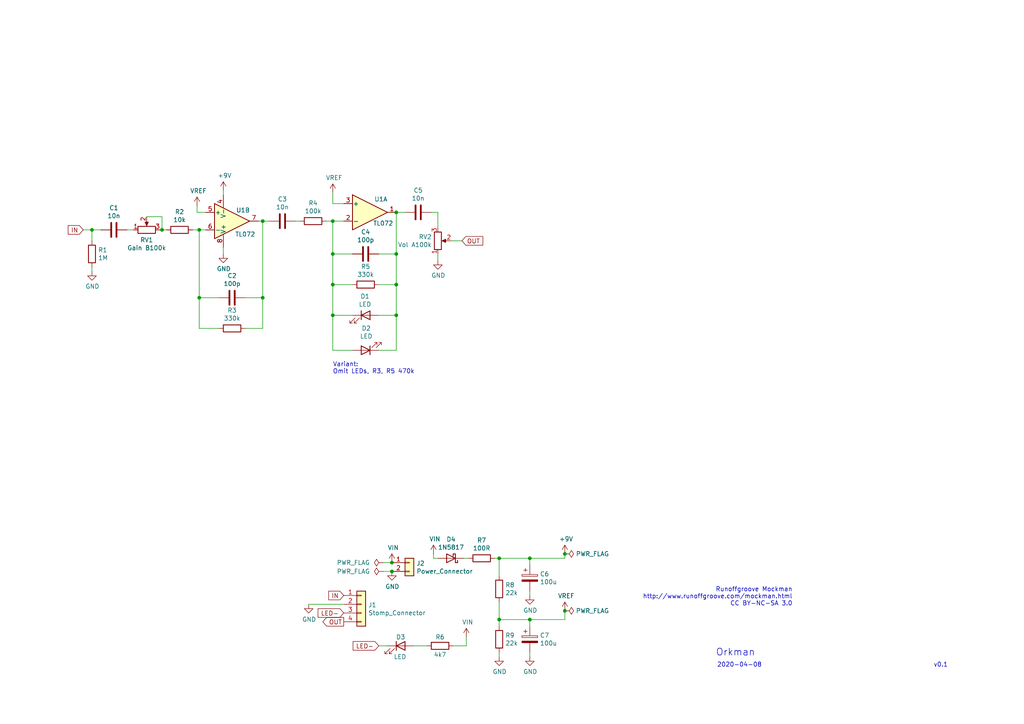
<source format=kicad_sch>
(kicad_sch (version 20211123) (generator eeschema)
  (paper "A4")
  (lib_symbols
    (symbol "Amplifier_Operational:TL072" (pin_names (offset 0.127))
      (property "Reference" "U" (at 0 5.08 0))
      (property "Value" "TL072" (at 0 -5.08 0))
      (symbol "TL072_1_1"
        (polyline (pts (xy -5.08 5.08) (xy 5.08 0) (xy -5.08 -5.08) (xy -5.08 5.08)) (stroke (width 0.254)) (fill (type background)))
        (pin output line (at 7.62 0 180) (length 2.54) (name "~") (number "1"))
        (pin input line (at -7.62 -2.54 0) (length 2.54) (name "-") (number "2"))
        (pin input line (at -7.62 2.54 0) (length 2.54) (name "+") (number "3"))
      )
      (symbol "TL072_2_1"
        (polyline (pts (xy -5.08 5.08) (xy 5.08 0) (xy -5.08 -5.08) (xy -5.08 5.08)) (stroke (width 0.254)) (fill (type background)))
        (pin input line (at -7.62 2.54 0) (length 2.54) (name "+") (number "5"))
        (pin input line (at -7.62 -2.54 0) (length 2.54) (name "-") (number "6"))
        (pin output line (at 7.62 0 180) (length 2.54) (name "~") (number "7"))
      )
      (symbol "TL072_3_1"
        (pin power_in line (at -2.54 -7.62 90) (length 3.81) (name "V-") (number "4"))
        (pin power_in line (at -2.54 7.62 270) (length 3.81) (name "V+") (number "8"))
      )
    )
    (symbol "Device:C" (pin_numbers hide) (pin_names (offset 0.254))
      (property "Reference" "C" (at 0.635 2.54 0))
      (property "Value" "C" (at 0.635 -2.54 0))
      (symbol "C_0_1"
        (polyline (pts (xy -2.032 -0.762) (xy 2.032 -0.762)) (stroke (width 0.508)))
        (polyline (pts (xy -2.032 0.762) (xy 2.032 0.762)) (stroke (width 0.508)))
      )
      (symbol "C_1_1"
        (pin passive line (at 0 3.81 270) (length 2.794) (name "~") (number "1"))
        (pin passive line (at 0 -3.81 90) (length 2.794) (name "~") (number "2"))
      )
    )
    (symbol "Device:CP" (pin_numbers hide) (pin_names (offset 0.254))
      (property "Reference" "C" (at 0.635 2.54 0))
      (property "Value" "Device_CP" (at 0.635 -2.54 0))
      (symbol "CP_0_1"
        (rectangle (start -2.286 0.508) (end 2.286 1.016))
        (polyline (pts (xy -1.778 2.286) (xy -0.762 2.286)))
        (polyline (pts (xy -1.27 2.794) (xy -1.27 1.778)))
        (rectangle (start 2.286 -0.508) (end -2.286 -1.016) (fill (type outline)))
      )
      (symbol "CP_1_1"
        (pin passive line (at 0 3.81 270) (length 2.794) (name "~") (number "1"))
        (pin passive line (at 0 -3.81 90) (length 2.794) (name "~") (number "2"))
      )
    )
    (symbol "Device:LED" (pin_numbers hide) (pin_names (offset 1.016) hide)
      (property "Reference" "D" (at 0 2.54 0))
      (property "Value" "LED" (at 0 -2.54 0))
      (symbol "LED_0_1"
        (polyline (pts (xy -1.27 -1.27) (xy -1.27 1.27)) (stroke (width 0.254)))
        (polyline (pts (xy -1.27 0) (xy 1.27 0)))
        (polyline (pts (xy 1.27 -1.27) (xy 1.27 1.27) (xy -1.27 0) (xy 1.27 -1.27)) (stroke (width 0.254)))
        (polyline (pts (xy -3.048 -0.762) (xy -4.572 -2.286) (xy -3.81 -2.286) (xy -4.572 -2.286) (xy -4.572 -1.524)))
        (polyline (pts (xy -1.778 -0.762) (xy -3.302 -2.286) (xy -2.54 -2.286) (xy -3.302 -2.286) (xy -3.302 -1.524)))
      )
      (symbol "LED_1_1"
        (pin passive line (at -3.81 0 0) (length 2.54) (name "K") (number "1"))
        (pin passive line (at 3.81 0 180) (length 2.54) (name "A") (number "2"))
      )
    )
    (symbol "Device:R" (pin_numbers hide) (pin_names (offset 0))
      (property "Reference" "R" (at 2.032 0 90))
      (property "Value" "R" (at 0 0 90))
      (symbol "R_0_1"
        (rectangle (start -1.016 -2.54) (end 1.016 2.54) (stroke (width 0.254)))
      )
      (symbol "R_1_1"
        (pin passive line (at 0 3.81 270) (length 1.27) (name "~") (number "1"))
        (pin passive line (at 0 -3.81 90) (length 1.27) (name "~") (number "2"))
      )
    )
    (symbol "Device:R_POT" (pin_names (offset 1.016) hide)
      (property "Reference" "RV" (at -4.445 0 90))
      (property "Value" "Device_R_POT" (at -2.54 0 90))
      (symbol "R_POT_0_1"
        (polyline (pts (xy 2.54 0) (xy 1.524 0)))
        (polyline (pts (xy 1.143 0) (xy 2.286 0.508) (xy 2.286 -0.508) (xy 1.143 0)) (fill (type outline)))
        (rectangle (start 1.016 2.54) (end -1.016 -2.54) (stroke (width 0.254)))
      )
      (symbol "R_POT_1_1"
        (pin passive line (at 0 3.81 270) (length 1.27) (name "1") (number "1"))
        (pin passive line (at 3.81 0 180) (length 1.27) (name "2") (number "2"))
        (pin passive line (at 0 -3.81 90) (length 1.27) (name "3") (number "3"))
      )
    )
    (symbol "Diode:1N5817" (pin_numbers hide) (pin_names (offset 1.016) hide)
      (property "Reference" "D" (at 0 2.54 0))
      (property "Value" "1N5817" (at 0 -2.54 0))
      (symbol "1N5817_0_1"
        (polyline (pts (xy 1.27 0) (xy -1.27 0)))
        (polyline (pts (xy 1.27 1.27) (xy 1.27 -1.27) (xy -1.27 0) (xy 1.27 1.27)) (stroke (width 0.254)))
        (polyline (pts (xy -1.905 0.635) (xy -1.905 1.27) (xy -1.27 1.27) (xy -1.27 -1.27) (xy -0.635 -1.27) (xy -0.635 -0.635)) (stroke (width 0.254)))
      )
      (symbol "1N5817_1_1"
        (pin passive line (at -3.81 0 0) (length 2.54) (name "K") (number "1"))
        (pin passive line (at 3.81 0 180) (length 2.54) (name "A") (number "2"))
      )
    )
    (symbol "power:+9V" (power) (pin_names (offset 0))
      (property "Value" "+9V" (at 0 3.556 0))
      (symbol "+9V_0_1"
        (polyline (pts (xy -0.762 1.27) (xy 0 2.54)))
        (polyline (pts (xy 0 0) (xy 0 2.54)))
        (polyline (pts (xy 0 2.54) (xy 0.762 1.27)))
      )
      (symbol "+9V_1_1"
        (pin power_in line (at 0 0 90) (length 0) hide (name "+9V") (number "1"))
      )
    )
    (symbol "power:GND" (power) (pin_names (offset 0))
      (property "Value" "GND" (at 0 -3.81 0))
      (symbol "GND_0_1"
        (polyline (pts (xy 0 0) (xy 0 -1.27) (xy 1.27 -1.27) (xy 0 -2.54) (xy -1.27 -1.27) (xy 0 -1.27)))
      )
      (symbol "GND_1_1"
        (pin power_in line (at 0 0 270) (length 0) hide (name "GND") (number "1"))
      )
    )
    (symbol "power:PWR_FLAG" (power) (pin_numbers hide) (pin_names (offset 0) hide)
      (property "Value" "PWR_FLAG" (at 0 3.81 0))
      (symbol "PWR_FLAG_0_0"
        (pin power_out line (at 0 0 90) (length 0) (name "pwr") (number "1"))
      )
      (symbol "PWR_FLAG_0_1"
        (polyline (pts (xy 0 0) (xy 0 1.27) (xy -1.016 1.905) (xy 0 2.54) (xy 1.016 1.905) (xy 0 1.27)))
      )
    )
    (symbol "rockola_kicad_symbols:Power_Connector" (pin_names (offset 1.016) hide)
      (property "Reference" "J" (at 0 2.54 0))
      (property "Value" "rockola_kicad_symbols_Power_Connector" (at 0 -5.08 0))
      (symbol "Power_Connector_1_1"
        (rectangle (start -1.27 -2.413) (end 0 -2.667) (stroke (width 0.1524)))
        (rectangle (start -1.27 0.127) (end 0 -0.127) (stroke (width 0.1524)))
        (rectangle (start -1.27 1.27) (end 1.27 -3.81) (stroke (width 0.254)) (fill (type background)))
        (pin passive line (at -5.08 0 0) (length 3.81) (name "PWR") (number "1"))
        (pin passive line (at -5.08 -2.54 0) (length 3.81) (name "GND") (number "2"))
      )
    )
    (symbol "rockola_kicad_symbols:Stomp_Connector" (pin_names (offset 1.016) hide)
      (property "Reference" "J" (at 0 5.08 0))
      (property "Value" "rockola_kicad_symbols_Stomp_Connector" (at 0 -7.62 0))
      (symbol "Stomp_Connector_1_1"
        (rectangle (start -1.27 -4.953) (end 0 -5.207) (stroke (width 0.1524)))
        (rectangle (start -1.27 -2.413) (end 0 -2.667) (stroke (width 0.1524)))
        (rectangle (start -1.27 0.127) (end 0 -0.127) (stroke (width 0.1524)))
        (rectangle (start -1.27 2.667) (end 0 2.413) (stroke (width 0.1524)))
        (rectangle (start -1.27 3.81) (end 1.27 -6.35) (stroke (width 0.254)) (fill (type background)))
        (pin passive line (at -5.08 2.54 0) (length 3.81) (name "IN") (number "1"))
        (pin passive line (at -5.08 0 0) (length 3.81) (name "GND") (number "2"))
        (pin passive line (at -5.08 -2.54 0) (length 3.81) (name "SW") (number "3"))
        (pin passive line (at -5.08 -5.08 0) (length 3.81) (name "OUT") (number "4"))
      )
    )
    (symbol "rockola_kicad_symbols:Vin" (power) (pin_names (offset 0))
      (property "Value" "rockola_kicad_symbols_Vin" (at 0 3.81 0))
      (symbol "Vin_0_1"
        (polyline (pts (xy -0.762 1.27) (xy 0 2.54)))
        (polyline (pts (xy 0 0) (xy 0 2.54)))
        (polyline (pts (xy 0 2.54) (xy 0.762 1.27)))
      )
      (symbol "Vin_1_1"
        (pin power_in line (at 0 0 90) (length 0) hide (name "VIN") (number "1"))
      )
    )
    (symbol "rockola_kicad_symbols:Vref" (power) (pin_names (offset 0))
      (property "Value" "rockola_kicad_symbols_Vref" (at 0 3.81 0))
      (symbol "Vref_0_1"
        (polyline (pts (xy -0.762 1.27) (xy 0 2.54)))
        (polyline (pts (xy 0 0) (xy 0 2.54)))
        (polyline (pts (xy 0 2.54) (xy 0.762 1.27)))
      )
      (symbol "Vref_1_1"
        (pin power_in line (at 0 0 90) (length 0) hide (name "VREF") (number "1"))
      )
    )
  )
  (junction (at 114.935 73.66))
  (junction (at 57.785 86.36))
  (junction (at 76.2 86.36))
  (junction (at 57.785 66.675))
  (junction (at 114.935 91.44))
  (junction (at 96.52 91.44))
  (junction (at 144.78 161.925))
  (junction (at 113.665 165.735))
  (junction (at 113.665 163.195))
  (junction (at 114.935 82.55))
  (junction (at 96.52 73.66))
  (junction (at 96.52 64.135))
  (junction (at 153.67 161.925))
  (junction (at 153.67 179.705))
  (junction (at 114.935 61.595))
  (junction (at 163.83 177.165))
  (junction (at 144.78 179.705))
  (junction (at 76.2 64.135))
  (junction (at 163.83 160.655))
  (junction (at 96.52 82.55))
  (junction (at 26.67 66.675))
  (junction (at 46.99 66.675))
  (wire (pts (xy 26.67 77.47) (xy 26.67 78.74)))
  (wire (pts (xy 109.855 101.6) (xy 114.935 101.6)))
  (wire (pts (xy 135.255 187.325) (xy 131.445 187.325)))
  (wire (pts (xy 96.52 91.44) (xy 96.52 82.55)))
  (wire (pts (xy 36.83 66.675) (xy 38.735 66.675)))
  (wire (pts (xy 96.52 101.6) (xy 96.52 91.44)))
  (wire (pts (xy 127 61.595) (xy 125.095 61.595)))
  (wire (pts (xy 55.88 66.675) (xy 57.785 66.675)))
  (wire (pts (xy 42.545 62.865) (xy 46.99 62.865)))
  (wire (pts (xy 102.235 101.6) (xy 96.52 101.6)))
  (wire (pts (xy 102.235 82.55) (xy 96.52 82.55)))
  (wire (pts (xy 114.935 61.595) (xy 117.475 61.595)))
  (wire (pts (xy 46.99 62.865) (xy 46.99 66.675)))
  (wire (pts (xy 102.235 73.66) (xy 96.52 73.66)))
  (wire (pts (xy 163.83 161.925) (xy 153.67 161.925)))
  (wire (pts (xy 163.83 179.705) (xy 163.83 177.165)))
  (wire (pts (xy 153.67 161.925) (xy 153.67 163.83)))
  (wire (pts (xy 114.935 61.595) (xy 114.935 73.66)))
  (wire (pts (xy 46.355 66.675) (xy 46.99 66.675)))
  (wire (pts (xy 144.78 189.23) (xy 144.78 190.5)))
  (wire (pts (xy 89.535 175.26) (xy 99.695 175.26)))
  (wire (pts (xy 57.785 66.675) (xy 59.69 66.675)))
  (wire (pts (xy 71.12 95.25) (xy 76.2 95.25)))
  (wire (pts (xy 96.52 55.88) (xy 96.52 59.055)))
  (wire (pts (xy 127 73.66) (xy 127 75.565)))
  (wire (pts (xy 71.12 86.36) (xy 76.2 86.36)))
  (wire (pts (xy 85.725 64.135) (xy 86.995 64.135)))
  (wire (pts (xy 102.235 91.44) (xy 96.52 91.44)))
  (wire (pts (xy 46.99 66.675) (xy 48.26 66.675)))
  (wire (pts (xy 135.255 184.785) (xy 135.255 187.325)))
  (wire (pts (xy 76.2 95.25) (xy 76.2 86.36)))
  (wire (pts (xy 114.935 82.55) (xy 114.935 73.66)))
  (wire (pts (xy 114.935 91.44) (xy 114.935 82.55)))
  (wire (pts (xy 76.2 64.135) (xy 76.2 86.36)))
  (wire (pts (xy 109.855 73.66) (xy 114.935 73.66)))
  (wire (pts (xy 63.5 86.36) (xy 57.785 86.36)))
  (wire (pts (xy 114.935 101.6) (xy 114.935 91.44)))
  (wire (pts (xy 96.52 82.55) (xy 96.52 73.66)))
  (wire (pts (xy 153.67 179.705) (xy 153.67 181.61)))
  (wire (pts (xy 109.855 91.44) (xy 114.935 91.44)))
  (wire (pts (xy 144.78 179.705) (xy 144.78 181.61)))
  (wire (pts (xy 26.67 66.675) (xy 24.13 66.675)))
  (wire (pts (xy 120.015 187.325) (xy 123.825 187.325)))
  (wire (pts (xy 63.5 95.25) (xy 57.785 95.25)))
  (wire (pts (xy 76.2 64.135) (xy 74.93 64.135)))
  (wire (pts (xy 144.78 179.705) (xy 153.67 179.705)))
  (wire (pts (xy 153.67 179.705) (xy 163.83 179.705)))
  (wire (pts (xy 57.785 95.25) (xy 57.785 86.36)))
  (wire (pts (xy 94.615 64.135) (xy 96.52 64.135)))
  (wire (pts (xy 57.785 66.675) (xy 57.785 86.36)))
  (wire (pts (xy 144.78 161.925) (xy 143.51 161.925)))
  (wire (pts (xy 144.78 174.625) (xy 144.78 179.705)))
  (wire (pts (xy 125.73 161.925) (xy 125.73 160.655)))
  (wire (pts (xy 109.855 82.55) (xy 114.935 82.55)))
  (wire (pts (xy 135.89 161.925) (xy 134.62 161.925)))
  (wire (pts (xy 153.67 171.45) (xy 153.67 172.72)))
  (wire (pts (xy 96.52 64.135) (xy 99.695 64.135)))
  (wire (pts (xy 64.77 55.245) (xy 64.77 56.515)))
  (wire (pts (xy 76.2 64.135) (xy 78.105 64.135)))
  (wire (pts (xy 153.67 189.23) (xy 153.67 190.5)))
  (wire (pts (xy 127 66.04) (xy 127 61.595)))
  (wire (pts (xy 130.81 69.85) (xy 133.985 69.85)))
  (wire (pts (xy 96.52 59.055) (xy 99.695 59.055)))
  (wire (pts (xy 127 161.925) (xy 125.73 161.925)))
  (wire (pts (xy 144.78 161.925) (xy 144.78 167.005)))
  (wire (pts (xy 96.52 64.135) (xy 96.52 73.66)))
  (wire (pts (xy 57.15 59.69) (xy 57.15 61.595)))
  (wire (pts (xy 26.67 69.85) (xy 26.67 66.675)))
  (wire (pts (xy 111.125 165.735) (xy 113.665 165.735)))
  (wire (pts (xy 153.67 161.925) (xy 144.78 161.925)))
  (wire (pts (xy 109.855 187.325) (xy 112.395 187.325)))
  (wire (pts (xy 57.15 61.595) (xy 59.69 61.595)))
  (wire (pts (xy 64.77 71.755) (xy 64.77 73.66)))
  (wire (pts (xy 163.83 160.655) (xy 163.83 161.925)))
  (wire (pts (xy 26.67 66.675) (xy 29.21 66.675)))
  (wire (pts (xy 111.125 163.195) (xy 113.665 163.195)))
  (text "Orkman" (at 219.075 190.5 180) (effects (font (size 2.0066 2.0066)) (justify right bottom)))
  (text "2020-04-08" (at 220.98 193.675 180) (effects (font (size 1.27 1.27)) (justify right bottom)))
  (text "Variant:\nOmit LEDs, R3, R5 470k" (at 96.52 108.585 0) (effects (font (size 1.27 1.27)) (justify left bottom)))
  (text "v0.1" (at 274.955 193.675 180) (effects (font (size 1.27 1.27)) (justify right bottom)))
  (text "Runoffgroove Mockman\nhttp://www.runoffgroove.com/mockman.html\nCC BY-NC-SA 3.0" (at 229.87 175.895 0) (effects (font (size 1.27 1.27)) (justify right bottom)))
  (global_label "OUT" (shape output) (at 99.695 180.34 180) (property "Intersheet References" "${INTERSHEET_REFS}" (effects hide)))
  (global_label "IN" (shape input) (at 24.13 66.675 180) (property "Intersheet References" "${INTERSHEET_REFS}" (effects hide)))
  (global_label "IN" (shape input) (at 99.695 172.72 180) (property "Intersheet References" "${INTERSHEET_REFS}" (effects hide)))
  (global_label "LED-" (shape input) (at 99.695 177.8 180) (property "Intersheet References" "${INTERSHEET_REFS}" (effects hide)))
  (global_label "LED-" (shape input) (at 109.855 187.325 180) (property "Intersheet References" "${INTERSHEET_REFS}" (effects hide)))
  (global_label "OUT" (shape input) (at 133.985 69.85 0) (property "Intersheet References" "${INTERSHEET_REFS}" (effects hide)))
  (symbol (lib_id "rockola_kicad_symbols:Stomp_Connector") (at 104.775 175.26 0) (unit 1)
    (property "Reference" "J1" (at 106.807 175.4632 0) (effects (justify left)))
    (property "Value" "Stomp_Connector" (at 106.807 177.7746 0) (effects (justify left)))
    (property "Footprint" "rockola_kicad_footprints:Stomp_4pin" (effects hide))
  )
  (symbol (lib_id "power:GND") (at 89.535 175.26 0) (unit 1)
    (property "Reference" "#PWR01" (effects hide))
    (property "Value" "GND" (at 89.662 179.6542 0))
  )
  (symbol (lib_id "rockola_kicad_symbols:Power_Connector") (at 118.745 163.195 0) (unit 1)
    (property "Reference" "J2" (at 120.777 163.3982 0) (effects (justify left)))
    (property "Value" "Power_Connector" (at 120.777 165.7096 0) (effects (justify left)))
    (property "Footprint" "rockola_kicad_footprints:Power_Header_2pin_TOP" (effects hide))
  )
  (symbol (lib_id "power:GND") (at 113.665 165.735 0) (unit 1)
    (property "Reference" "#PWR03" (effects hide))
    (property "Value" "GND" (at 113.792 170.1292 0))
  )
  (symbol (lib_id "power:PWR_FLAG") (at 111.125 163.195 90) (unit 1)
    (property "Reference" "#FLG01" (effects hide))
    (property "Value" "PWR_FLAG" (at 107.315 163.195 90) (effects (justify left)))
  )
  (symbol (lib_id "power:PWR_FLAG") (at 111.125 165.735 90) (unit 1)
    (property "Reference" "#FLG02" (effects hide))
    (property "Value" "PWR_FLAG" (at 107.315 165.735 90) (effects (justify left)))
  )
  (symbol (lib_id "Device:LED") (at 116.205 187.325 0) (unit 1)
    (property "Reference" "D3" (at 116.205 184.785 0))
    (property "Value" "LED" (at 116.0272 190.5 0))
    (property "Footprint" "LED_THT:LED_D5.0mm" (effects hide))
  )
  (symbol (lib_id "Device:R") (at 127.635 187.325 90) (unit 1)
    (property "Reference" "R6" (at 127.635 184.785 90))
    (property "Value" "4k7" (at 127.635 189.865 90))
    (property "Footprint" "rockola_kicad_footprints:R_DIN0207" (effects hide))
  )
  (symbol (lib_id "rockola_kicad_symbols:Vin") (at 135.255 184.785 0) (unit 1)
    (property "Reference" "#PWR011" (effects hide))
    (property "Value" "Vin" (at 135.636 180.467 0))
  )
  (symbol (lib_id "rockola_kicad_symbols:Vin") (at 113.665 163.195 0) (unit 1)
    (property "Reference" "#PWR08" (effects hide))
    (property "Value" "Vin" (at 114.046 158.877 0))
  )
  (symbol (lib_id "rockola_kicad_symbols:Vin") (at 125.73 160.655 0) (unit 1)
    (property "Reference" "#PWR09" (effects hide))
    (property "Value" "Vin" (at 126.111 156.337 0))
  )
  (symbol (lib_id "Diode:1N5817") (at 130.81 161.925 180) (unit 1)
    (property "Reference" "D4" (at 130.81 156.4386 0))
    (property "Value" "1N5817" (at 130.81 158.75 0))
    (property "Footprint" "Diode_THT:D_DO-41_SOD81_P10.16mm_Horizontal" (effects hide))
    (property "Datasheet" "http://www.vishay.com/docs/88525/1n5817.pdf" (effects hide))
  )
  (symbol (lib_id "power:+9V") (at 163.83 160.655 0) (unit 1)
    (property "Reference" "#PWR015" (effects hide))
    (property "Value" "+9V" (at 164.211 156.337 0))
  )
  (symbol (lib_id "power:PWR_FLAG") (at 163.83 160.655 270) (unit 1)
    (property "Reference" "#FLG03" (effects hide))
    (property "Value" "PWR_FLAG" (at 167.005 160.655 90) (effects (justify left)))
  )
  (symbol (lib_id "Device:R") (at 139.7 161.925 90) (unit 1)
    (property "Reference" "R7" (at 139.7 156.6926 90))
    (property "Value" "100R" (at 139.7 159.004 90))
    (property "Footprint" "rockola_kicad_footprints:R_DIN0207" (effects hide))
  )
  (symbol (lib_id "Device:R") (at 144.78 170.815 0) (unit 1)
    (property "Reference" "R8" (at 146.558 169.672 0) (effects (justify left)))
    (property "Value" "22k" (at 146.558 171.958 0) (effects (justify left)))
    (property "Footprint" "rockola_kicad_footprints:R_DIN0207" (effects hide))
  )
  (symbol (lib_id "Device:R") (at 144.78 185.42 0) (unit 1)
    (property "Reference" "R9" (at 146.558 184.277 0) (effects (justify left)))
    (property "Value" "22k" (at 146.558 186.563 0) (effects (justify left)))
    (property "Footprint" "rockola_kicad_footprints:R_DIN0207" (effects hide))
  )
  (symbol (lib_id "power:GND") (at 144.78 190.5 0) (unit 1)
    (property "Reference" "#PWR012" (effects hide))
    (property "Value" "GND" (at 144.907 194.818 0))
  )
  (symbol (lib_id "Device:CP") (at 153.67 167.64 0) (unit 1)
    (property "Reference" "C6" (at 156.591 166.497 0) (effects (justify left)))
    (property "Value" "100u" (at 156.591 168.783 0) (effects (justify left)))
    (property "Footprint" "Capacitor_THT:CP_Radial_D6.3mm_P2.50mm" (effects hide))
  )
  (symbol (lib_id "power:GND") (at 153.67 172.72 0) (unit 1)
    (property "Reference" "#PWR013" (effects hide))
    (property "Value" "GND" (at 153.797 177.038 0))
  )
  (symbol (lib_id "power:GND") (at 153.67 190.5 0) (unit 1)
    (property "Reference" "#PWR014" (effects hide))
    (property "Value" "GND" (at 153.797 194.818 0))
  )
  (symbol (lib_id "Device:CP") (at 153.67 185.42 0) (unit 1)
    (property "Reference" "C7" (at 156.591 184.277 0) (effects (justify left)))
    (property "Value" "100u" (at 156.591 186.563 0) (effects (justify left)))
    (property "Footprint" "Capacitor_THT:CP_Radial_D6.3mm_P2.50mm" (effects hide))
  )
  (symbol (lib_id "rockola_kicad_symbols:Vref") (at 163.83 177.165 0) (unit 1)
    (property "Reference" "#PWR016" (effects hide))
    (property "Value" "Vref" (at 164.211 172.847 0))
  )
  (symbol (lib_id "power:PWR_FLAG") (at 163.83 177.165 270) (unit 1)
    (property "Reference" "#FLG04" (effects hide))
    (property "Value" "PWR_FLAG" (at 167.005 177.165 90) (effects (justify left)))
  )
  (symbol (lib_id "Device:R") (at 26.67 73.66 0) (unit 1)
    (property "Reference" "R1" (at 28.448 72.517 0) (effects (justify left)))
    (property "Value" "1M" (at 28.448 74.803 0) (effects (justify left)))
    (property "Footprint" "rockola_kicad_footprints:R_DIN0207" (effects hide))
  )
  (symbol (lib_id "power:GND") (at 26.67 78.74 0) (unit 1)
    (property "Reference" "#PWR02" (effects hide))
    (property "Value" "GND" (at 26.797 83.058 0))
  )
  (symbol (lib_id "Device:C") (at 33.02 66.675 90) (unit 1)
    (property "Reference" "C1" (at 33.02 60.2996 90))
    (property "Value" "10n" (at 33.02 62.611 90))
    (property "Footprint" "rockola_kicad_footprints:C_Box_7.2_2.5" (effects hide))
  )
  (symbol (lib_id "Device:R_POT") (at 42.545 66.675 90) (unit 1)
    (property "Reference" "RV1" (at 42.545 69.596 90))
    (property "Value" "Gain B100k" (at 42.545 71.9074 90))
    (property "Footprint" "potentiometers:9MM_PLASTIC_SHAFT" (effects hide))
  )
  (symbol (lib_id "Device:R") (at 52.07 66.675 90) (unit 1)
    (property "Reference" "R2" (at 52.07 61.4426 90))
    (property "Value" "10k" (at 52.07 63.754 90))
    (property "Footprint" "rockola_kicad_footprints:R_DIN0207" (effects hide))
  )
  (symbol (lib_id "Amplifier_Operational:TL072") (at 107.315 61.595 0) (unit 1)
    (property "Reference" "U1" (at 110.49 57.785 0))
    (property "Value" "TL072" (at 111.125 64.77 0))
    (property "Footprint" "Package_DIP:DIP-8_W7.62mm_Socket_LongPads" (effects hide))
    (property "Datasheet" "http://www.ti.com/lit/ds/symlink/tl071.pdf" (effects hide))
  )
  (symbol (lib_id "Amplifier_Operational:TL072") (at 67.31 64.135 0) (unit 2)
    (property "Reference" "U1" (at 70.485 60.96 0))
    (property "Value" "TL072" (at 71.12 67.945 0))
    (property "Footprint" "Package_DIP:DIP-8_W7.62mm_Socket_LongPads" (effects hide))
    (property "Datasheet" "http://www.ti.com/lit/ds/symlink/tl071.pdf" (effects hide))
  )
  (symbol (lib_id "Amplifier_Operational:TL072") (at 67.31 64.135 0) (mirror x) (unit 3)
    (property "Reference" "U1" (effects hide))
    (property "Value" "TL072" (effects hide))
    (property "Footprint" "Package_DIP:DIP-8_W7.62mm_Socket_LongPads" (effects hide))
    (property "Datasheet" "http://www.ti.com/lit/ds/symlink/tl071.pdf" (effects hide))
  )
  (symbol (lib_id "rockola_kicad_symbols:Vref") (at 57.15 59.69 0) (unit 1)
    (property "Reference" "#PWR04" (effects hide))
    (property "Value" "Vref" (at 57.531 55.372 0))
  )
  (symbol (lib_id "power:GND") (at 64.77 73.66 0) (unit 1)
    (property "Reference" "#PWR06" (effects hide))
    (property "Value" "GND" (at 64.897 77.978 0))
  )
  (symbol (lib_id "power:+9V") (at 64.77 55.245 0) (unit 1)
    (property "Reference" "#PWR05" (effects hide))
    (property "Value" "+9V" (at 65.151 50.927 0))
  )
  (symbol (lib_id "Device:C") (at 67.31 86.36 90) (unit 1)
    (property "Reference" "C2" (at 67.31 79.9846 90))
    (property "Value" "100p" (at 67.31 82.296 90))
    (property "Footprint" "rockola_kicad_footprints:C_Box_7.2_2.5" (effects hide))
  )
  (symbol (lib_id "Device:R") (at 67.31 95.25 90) (unit 1)
    (property "Reference" "R3" (at 67.31 90.0176 90))
    (property "Value" "330k" (at 67.31 92.329 90))
    (property "Footprint" "rockola_kicad_footprints:R_DIN0207" (effects hide))
  )
  (symbol (lib_id "Device:C") (at 81.915 64.135 90) (unit 1)
    (property "Reference" "C3" (at 81.915 57.7596 90))
    (property "Value" "10n" (at 81.915 60.071 90))
    (property "Footprint" "rockola_kicad_footprints:C_Box_7.2_2.5" (effects hide))
  )
  (symbol (lib_id "Device:R") (at 90.805 64.135 90) (unit 1)
    (property "Reference" "R4" (at 90.805 58.9026 90))
    (property "Value" "100k" (at 90.805 61.214 90))
    (property "Footprint" "rockola_kicad_footprints:R_DIN0207" (effects hide))
  )
  (symbol (lib_id "rockola_kicad_symbols:Vref") (at 96.52 55.88 0) (unit 1)
    (property "Reference" "#PWR07" (effects hide))
    (property "Value" "Vref" (at 96.901 51.562 0))
  )
  (symbol (lib_id "Device:C") (at 106.045 73.66 90) (unit 1)
    (property "Reference" "C4" (at 106.045 67.2846 90))
    (property "Value" "100p" (at 106.045 69.596 90))
    (property "Footprint" "rockola_kicad_footprints:C_Box_7.2_2.5" (effects hide))
  )
  (symbol (lib_id "Device:R") (at 106.045 82.55 90) (unit 1)
    (property "Reference" "R5" (at 106.045 77.3176 90))
    (property "Value" "330k" (at 106.045 79.629 90))
    (property "Footprint" "rockola_kicad_footprints:R_DIN0207" (effects hide))
  )
  (symbol (lib_id "Device:LED") (at 106.045 91.44 0) (unit 1)
    (property "Reference" "D1" (at 105.8672 85.9536 0))
    (property "Value" "LED" (at 105.8672 88.265 0))
    (property "Footprint" "LED_THT:LED_D5.0mm" (effects hide))
  )
  (symbol (lib_id "Device:LED") (at 106.045 101.6 180) (unit 1)
    (property "Reference" "D2" (at 106.2228 95.2246 0))
    (property "Value" "LED" (at 106.2228 97.536 0))
    (property "Footprint" "LED_THT:LED_D5.0mm" (effects hide))
  )
  (symbol (lib_id "Device:C") (at 121.285 61.595 90) (unit 1)
    (property "Reference" "C5" (at 121.285 55.2196 90))
    (property "Value" "10n" (at 121.285 57.531 90))
    (property "Footprint" "rockola_kicad_footprints:C_Box_7.2_2.5" (effects hide))
  )
  (symbol (lib_id "Device:R_POT") (at 127 69.85 0) (mirror x) (unit 1)
    (property "Reference" "RV2" (at 125.222 68.707 0) (effects (justify right)))
    (property "Value" "Vol A100k" (at 125.222 70.993 0) (effects (justify right)))
    (property "Footprint" "potentiometers:9MM_PLASTIC_SHAFT" (effects hide))
  )
  (symbol (lib_id "power:GND") (at 127 75.565 0) (unit 1)
    (property "Reference" "#PWR010" (effects hide))
    (property "Value" "GND" (at 127.127 79.883 0))
  )
)
</source>
